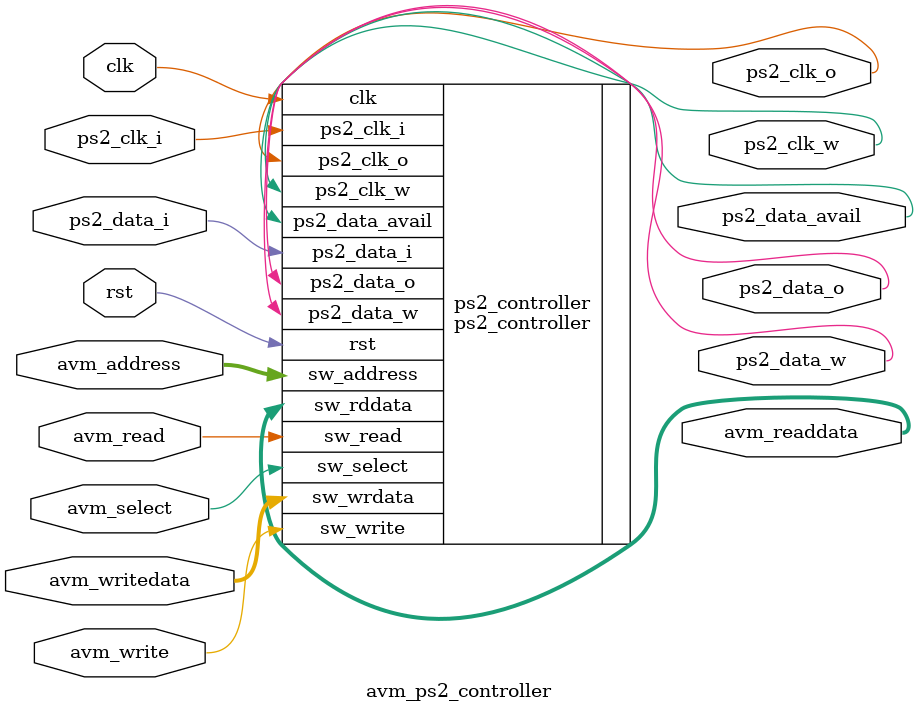
<source format=v>

module avm_ps2_controller #(
parameter SYSCLK = 50       // System clock rate in MHz
) (

// clock and reset
input           clk,
input           rst,

// Avalon MM slave interface
input  [2:0]    avm_address,
input           avm_select,
input           avm_read,
input           avm_write,
input  [31:0]   avm_writedata,
output [31:0]   avm_readdata,

// PS2 interface
input           ps2_data_i,
output          ps2_data_w,
output          ps2_data_o,
input           ps2_clk_i,
output          ps2_clk_w,
output          ps2_clk_o,

// interrupt port
output          ps2_data_avail
);

ps2_controller #(.SYSCLK(SYSCLK)) ps2_controller
(
    .clk            (clk),
    .rst            (rst),
    .sw_address     (avm_address),
    .sw_read        (avm_read),
    .sw_write       (avm_write),
    .sw_select      (avm_select),
    .sw_wrdata      (avm_writedata),
    .sw_rddata      (avm_readdata),
    .ps2_data_i     (ps2_data_i),
    .ps2_data_w     (ps2_data_w),
    .ps2_data_o     (ps2_data_o),
    .ps2_clk_i      (ps2_clk_i),
    .ps2_clk_w      (ps2_clk_w),
    .ps2_clk_o      (ps2_clk_o),
    .ps2_data_avail (ps2_data_avail)
);

endmodule

</source>
